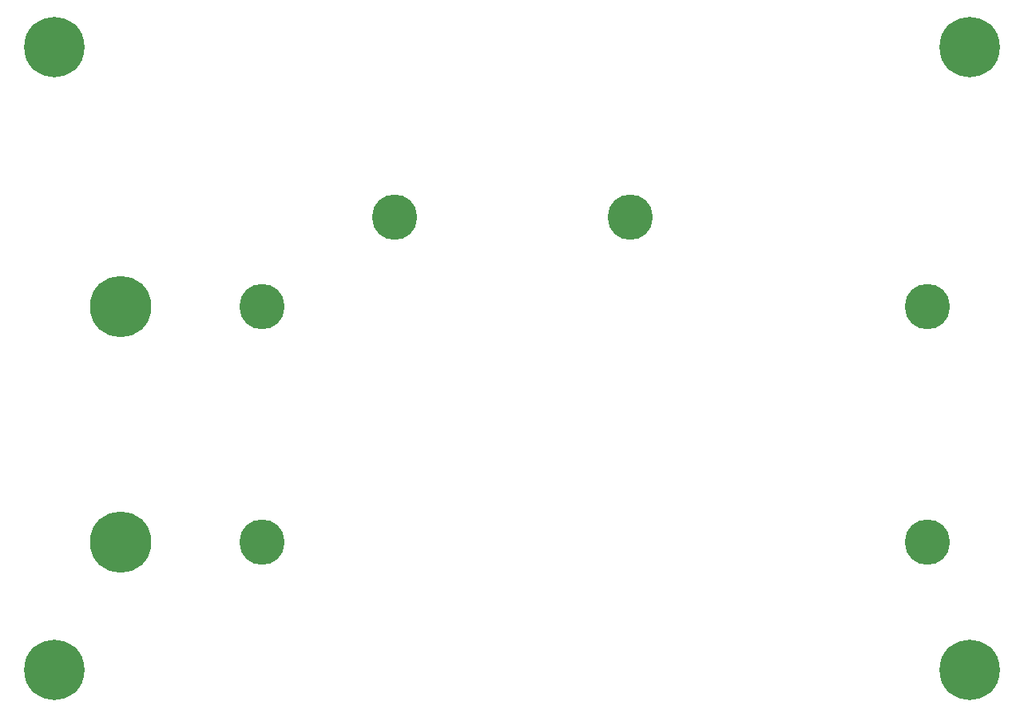
<source format=gbr>
%TF.GenerationSoftware,KiCad,Pcbnew,8.0.2*%
%TF.CreationDate,2024-06-17T23:35:22+07:00*%
%TF.ProjectId,Lamp_Circuit,4c616d70-5f43-4697-9263-7569742e6b69,rev?*%
%TF.SameCoordinates,Original*%
%TF.FileFunction,Soldermask,Top*%
%TF.FilePolarity,Negative*%
%FSLAX46Y46*%
G04 Gerber Fmt 4.6, Leading zero omitted, Abs format (unit mm)*
G04 Created by KiCad (PCBNEW 8.0.2) date 2024-06-17 23:35:22*
%MOMM*%
%LPD*%
G01*
G04 APERTURE LIST*
%ADD10C,6.400000*%
%ADD11C,4.800000*%
%ADD12C,6.500000*%
G04 APERTURE END LIST*
D10*
%TO.C,H2*%
X201000000Y-54000000D03*
%TD*%
%TO.C,H3*%
X104000000Y-120000000D03*
%TD*%
%TO.C,H1*%
X201000000Y-120000000D03*
%TD*%
D11*
%TO.C,MES1*%
X126000000Y-106500000D03*
X126000000Y-81500000D03*
%TD*%
%TO.C,MES2*%
X196475000Y-106500000D03*
X196475000Y-81500000D03*
%TD*%
%TO.C,A1*%
X165000000Y-72000000D03*
X140000000Y-72000000D03*
%TD*%
D12*
%TO.C,V1*%
X111000000Y-81500000D03*
X111000000Y-106500000D03*
%TD*%
D10*
%TO.C,H4*%
X104000000Y-54000000D03*
%TD*%
M02*

</source>
